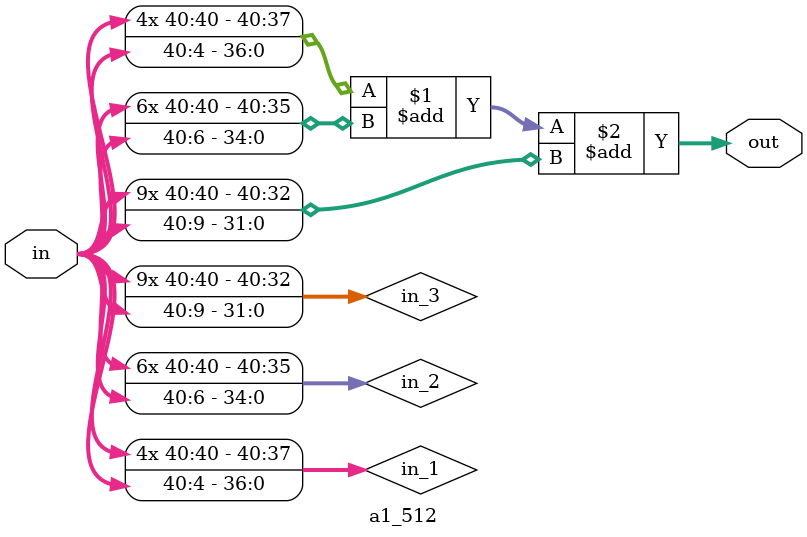
<source format=v>
module a1_512(in,out);
input[40:0]in;
output[40:0]out;

wire[40:0]in_1;
wire[40:0]in_2;
wire[40:0]in_3;

assign in_1[40:0]={{4{in[40]}},in[40:4]};//>>4
assign in_2[40:0]={{6{in[40]}},in[40:6]};//>>6
assign in_3[40:0]={{9{in[40]}},in[40:9]};//>>9

assign  out[40:0]=in_1[40:0]+in_2[40:0]+in_3[40:0];

endmodule
</source>
